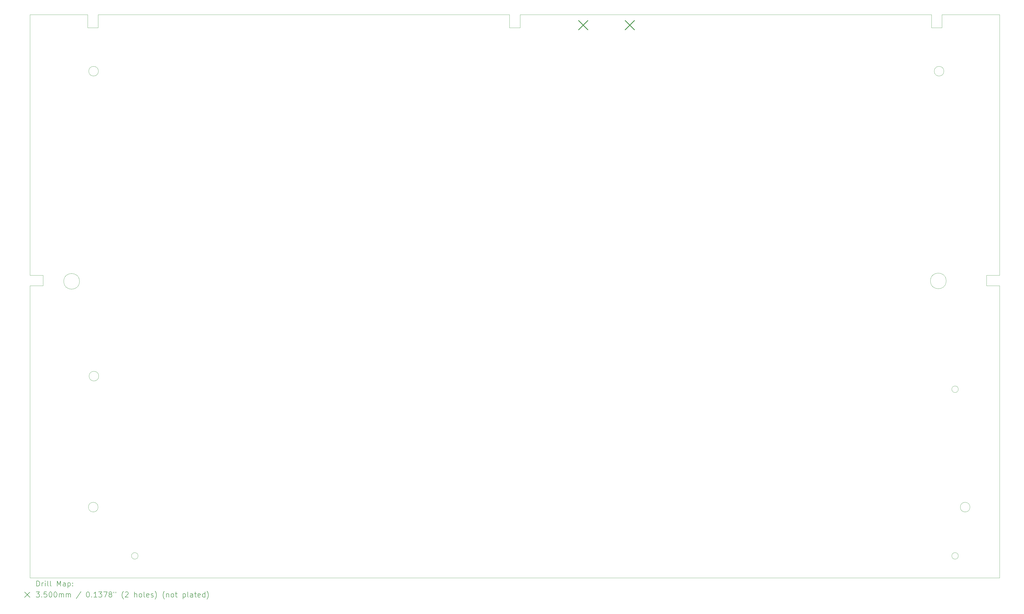
<source format=gbr>
%TF.GenerationSoftware,KiCad,Pcbnew,8.0.4*%
%TF.CreationDate,2024-11-18T10:43:46+00:00*%
%TF.ProjectId,AtomV5Board,41746f6d-5635-4426-9f61-72642e6b6963,rev?*%
%TF.SameCoordinates,Original*%
%TF.FileFunction,Drillmap*%
%TF.FilePolarity,Positive*%
%FSLAX45Y45*%
G04 Gerber Fmt 4.5, Leading zero omitted, Abs format (unit mm)*
G04 Created by KiCad (PCBNEW 8.0.4) date 2024-11-18 10:43:46*
%MOMM*%
%LPD*%
G01*
G04 APERTURE LIST*
%ADD10C,0.050000*%
%ADD11C,0.200000*%
%ADD12C,0.350000*%
G04 APERTURE END LIST*
D10*
X4884000Y-16191250D02*
G75*
G02*
X4514000Y-16191250I-185000J0D01*
G01*
X4514000Y-16191250D02*
G75*
G02*
X4884000Y-16191250I185000J0D01*
G01*
X4459000Y-2392000D02*
X4459000Y-2892000D01*
X20559000Y-2892000D02*
X20959000Y-2892000D01*
X2259000Y-12342000D02*
X2259000Y-2392000D01*
X4859000Y-2392000D02*
X4859000Y-2892000D01*
X39259000Y-23892000D02*
X39259000Y-12742000D01*
X6384000Y-23052000D02*
G75*
G02*
X6134000Y-23052000I-125000J0D01*
G01*
X6134000Y-23052000D02*
G75*
G02*
X6384000Y-23052000I125000J0D01*
G01*
X2759000Y-12342000D02*
X2259000Y-12342000D01*
X2759000Y-12742000D02*
X2759000Y-12342000D01*
X38759000Y-12342000D02*
X39259000Y-12342000D01*
X20959000Y-2892000D02*
X20959000Y-2392000D01*
X20559000Y-2392000D02*
X20559000Y-2892000D01*
X20959000Y-2392000D02*
X29781500Y-2392000D01*
X4859000Y-2392000D02*
X20559000Y-2392000D01*
X2259000Y-2392000D02*
X4459000Y-2392000D01*
X4871300Y-4552000D02*
G75*
G02*
X4501300Y-4552000I-185000J0D01*
G01*
X4501300Y-4552000D02*
G75*
G02*
X4871300Y-4552000I185000J0D01*
G01*
X4149000Y-12573000D02*
G75*
G02*
X3549000Y-12573000I-300000J0D01*
G01*
X3549000Y-12573000D02*
G75*
G02*
X4149000Y-12573000I300000J0D01*
G01*
X39259000Y-12742000D02*
X38759000Y-12742000D01*
X39259000Y-2392000D02*
X37059000Y-2392000D01*
X37059000Y-2392000D02*
X37059000Y-2892000D01*
X37684000Y-16692000D02*
G75*
G02*
X37434000Y-16692000I-125000J0D01*
G01*
X37434000Y-16692000D02*
G75*
G02*
X37684000Y-16692000I125000J0D01*
G01*
X38759000Y-12742000D02*
X38759000Y-12342000D01*
X2259000Y-23892000D02*
X2259000Y-12742000D01*
X2259000Y-12742000D02*
X2759000Y-12742000D01*
X4859000Y-21191250D02*
G75*
G02*
X4489000Y-21191250I-185000J0D01*
G01*
X4489000Y-21191250D02*
G75*
G02*
X4859000Y-21191250I185000J0D01*
G01*
X2259000Y-23892000D02*
X39259000Y-23892000D01*
X37220000Y-12557000D02*
G75*
G02*
X36620000Y-12557000I-300000J0D01*
G01*
X36620000Y-12557000D02*
G75*
G02*
X37220000Y-12557000I300000J0D01*
G01*
X4459000Y-2892000D02*
X4859000Y-2892000D01*
X39259000Y-12342000D02*
X39259000Y-2392000D01*
X37059000Y-2892000D02*
X36659000Y-2892000D01*
X29781500Y-2392000D02*
X36659000Y-2392000D01*
X37134000Y-4552000D02*
G75*
G02*
X36764000Y-4552000I-185000J0D01*
G01*
X36764000Y-4552000D02*
G75*
G02*
X37134000Y-4552000I185000J0D01*
G01*
X38129000Y-21191250D02*
G75*
G02*
X37759000Y-21191250I-185000J0D01*
G01*
X37759000Y-21191250D02*
G75*
G02*
X38129000Y-21191250I185000J0D01*
G01*
X37684000Y-23052000D02*
G75*
G02*
X37434000Y-23052000I-125000J0D01*
G01*
X37434000Y-23052000D02*
G75*
G02*
X37684000Y-23052000I125000J0D01*
G01*
X36659000Y-2392000D02*
X36659000Y-2892000D01*
D11*
D12*
X23193000Y-2619000D02*
X23543000Y-2969000D01*
X23543000Y-2619000D02*
X23193000Y-2969000D01*
X24971000Y-2619000D02*
X25321000Y-2969000D01*
X25321000Y-2619000D02*
X24971000Y-2969000D01*
D11*
X2517277Y-24205984D02*
X2517277Y-24005984D01*
X2517277Y-24005984D02*
X2564896Y-24005984D01*
X2564896Y-24005984D02*
X2593467Y-24015508D01*
X2593467Y-24015508D02*
X2612515Y-24034555D01*
X2612515Y-24034555D02*
X2622039Y-24053603D01*
X2622039Y-24053603D02*
X2631563Y-24091698D01*
X2631563Y-24091698D02*
X2631563Y-24120269D01*
X2631563Y-24120269D02*
X2622039Y-24158365D01*
X2622039Y-24158365D02*
X2612515Y-24177412D01*
X2612515Y-24177412D02*
X2593467Y-24196460D01*
X2593467Y-24196460D02*
X2564896Y-24205984D01*
X2564896Y-24205984D02*
X2517277Y-24205984D01*
X2717277Y-24205984D02*
X2717277Y-24072650D01*
X2717277Y-24110746D02*
X2726801Y-24091698D01*
X2726801Y-24091698D02*
X2736324Y-24082174D01*
X2736324Y-24082174D02*
X2755372Y-24072650D01*
X2755372Y-24072650D02*
X2774420Y-24072650D01*
X2841086Y-24205984D02*
X2841086Y-24072650D01*
X2841086Y-24005984D02*
X2831562Y-24015508D01*
X2831562Y-24015508D02*
X2841086Y-24025031D01*
X2841086Y-24025031D02*
X2850610Y-24015508D01*
X2850610Y-24015508D02*
X2841086Y-24005984D01*
X2841086Y-24005984D02*
X2841086Y-24025031D01*
X2964896Y-24205984D02*
X2945848Y-24196460D01*
X2945848Y-24196460D02*
X2936324Y-24177412D01*
X2936324Y-24177412D02*
X2936324Y-24005984D01*
X3069658Y-24205984D02*
X3050610Y-24196460D01*
X3050610Y-24196460D02*
X3041086Y-24177412D01*
X3041086Y-24177412D02*
X3041086Y-24005984D01*
X3298229Y-24205984D02*
X3298229Y-24005984D01*
X3298229Y-24005984D02*
X3364896Y-24148841D01*
X3364896Y-24148841D02*
X3431562Y-24005984D01*
X3431562Y-24005984D02*
X3431562Y-24205984D01*
X3612515Y-24205984D02*
X3612515Y-24101222D01*
X3612515Y-24101222D02*
X3602991Y-24082174D01*
X3602991Y-24082174D02*
X3583943Y-24072650D01*
X3583943Y-24072650D02*
X3545848Y-24072650D01*
X3545848Y-24072650D02*
X3526801Y-24082174D01*
X3612515Y-24196460D02*
X3593467Y-24205984D01*
X3593467Y-24205984D02*
X3545848Y-24205984D01*
X3545848Y-24205984D02*
X3526801Y-24196460D01*
X3526801Y-24196460D02*
X3517277Y-24177412D01*
X3517277Y-24177412D02*
X3517277Y-24158365D01*
X3517277Y-24158365D02*
X3526801Y-24139317D01*
X3526801Y-24139317D02*
X3545848Y-24129793D01*
X3545848Y-24129793D02*
X3593467Y-24129793D01*
X3593467Y-24129793D02*
X3612515Y-24120269D01*
X3707753Y-24072650D02*
X3707753Y-24272650D01*
X3707753Y-24082174D02*
X3726801Y-24072650D01*
X3726801Y-24072650D02*
X3764896Y-24072650D01*
X3764896Y-24072650D02*
X3783943Y-24082174D01*
X3783943Y-24082174D02*
X3793467Y-24091698D01*
X3793467Y-24091698D02*
X3802991Y-24110746D01*
X3802991Y-24110746D02*
X3802991Y-24167888D01*
X3802991Y-24167888D02*
X3793467Y-24186936D01*
X3793467Y-24186936D02*
X3783943Y-24196460D01*
X3783943Y-24196460D02*
X3764896Y-24205984D01*
X3764896Y-24205984D02*
X3726801Y-24205984D01*
X3726801Y-24205984D02*
X3707753Y-24196460D01*
X3888705Y-24186936D02*
X3898229Y-24196460D01*
X3898229Y-24196460D02*
X3888705Y-24205984D01*
X3888705Y-24205984D02*
X3879182Y-24196460D01*
X3879182Y-24196460D02*
X3888705Y-24186936D01*
X3888705Y-24186936D02*
X3888705Y-24205984D01*
X3888705Y-24082174D02*
X3898229Y-24091698D01*
X3898229Y-24091698D02*
X3888705Y-24101222D01*
X3888705Y-24101222D02*
X3879182Y-24091698D01*
X3879182Y-24091698D02*
X3888705Y-24082174D01*
X3888705Y-24082174D02*
X3888705Y-24101222D01*
X2056500Y-24434500D02*
X2256500Y-24634500D01*
X2256500Y-24434500D02*
X2056500Y-24634500D01*
X2498229Y-24425984D02*
X2622039Y-24425984D01*
X2622039Y-24425984D02*
X2555372Y-24502174D01*
X2555372Y-24502174D02*
X2583944Y-24502174D01*
X2583944Y-24502174D02*
X2602991Y-24511698D01*
X2602991Y-24511698D02*
X2612515Y-24521222D01*
X2612515Y-24521222D02*
X2622039Y-24540269D01*
X2622039Y-24540269D02*
X2622039Y-24587888D01*
X2622039Y-24587888D02*
X2612515Y-24606936D01*
X2612515Y-24606936D02*
X2602991Y-24616460D01*
X2602991Y-24616460D02*
X2583944Y-24625984D01*
X2583944Y-24625984D02*
X2526801Y-24625984D01*
X2526801Y-24625984D02*
X2507753Y-24616460D01*
X2507753Y-24616460D02*
X2498229Y-24606936D01*
X2707753Y-24606936D02*
X2717277Y-24616460D01*
X2717277Y-24616460D02*
X2707753Y-24625984D01*
X2707753Y-24625984D02*
X2698229Y-24616460D01*
X2698229Y-24616460D02*
X2707753Y-24606936D01*
X2707753Y-24606936D02*
X2707753Y-24625984D01*
X2898229Y-24425984D02*
X2802991Y-24425984D01*
X2802991Y-24425984D02*
X2793467Y-24521222D01*
X2793467Y-24521222D02*
X2802991Y-24511698D01*
X2802991Y-24511698D02*
X2822039Y-24502174D01*
X2822039Y-24502174D02*
X2869658Y-24502174D01*
X2869658Y-24502174D02*
X2888705Y-24511698D01*
X2888705Y-24511698D02*
X2898229Y-24521222D01*
X2898229Y-24521222D02*
X2907753Y-24540269D01*
X2907753Y-24540269D02*
X2907753Y-24587888D01*
X2907753Y-24587888D02*
X2898229Y-24606936D01*
X2898229Y-24606936D02*
X2888705Y-24616460D01*
X2888705Y-24616460D02*
X2869658Y-24625984D01*
X2869658Y-24625984D02*
X2822039Y-24625984D01*
X2822039Y-24625984D02*
X2802991Y-24616460D01*
X2802991Y-24616460D02*
X2793467Y-24606936D01*
X3031562Y-24425984D02*
X3050610Y-24425984D01*
X3050610Y-24425984D02*
X3069658Y-24435508D01*
X3069658Y-24435508D02*
X3079182Y-24445031D01*
X3079182Y-24445031D02*
X3088705Y-24464079D01*
X3088705Y-24464079D02*
X3098229Y-24502174D01*
X3098229Y-24502174D02*
X3098229Y-24549793D01*
X3098229Y-24549793D02*
X3088705Y-24587888D01*
X3088705Y-24587888D02*
X3079182Y-24606936D01*
X3079182Y-24606936D02*
X3069658Y-24616460D01*
X3069658Y-24616460D02*
X3050610Y-24625984D01*
X3050610Y-24625984D02*
X3031562Y-24625984D01*
X3031562Y-24625984D02*
X3012515Y-24616460D01*
X3012515Y-24616460D02*
X3002991Y-24606936D01*
X3002991Y-24606936D02*
X2993467Y-24587888D01*
X2993467Y-24587888D02*
X2983943Y-24549793D01*
X2983943Y-24549793D02*
X2983943Y-24502174D01*
X2983943Y-24502174D02*
X2993467Y-24464079D01*
X2993467Y-24464079D02*
X3002991Y-24445031D01*
X3002991Y-24445031D02*
X3012515Y-24435508D01*
X3012515Y-24435508D02*
X3031562Y-24425984D01*
X3222039Y-24425984D02*
X3241086Y-24425984D01*
X3241086Y-24425984D02*
X3260134Y-24435508D01*
X3260134Y-24435508D02*
X3269658Y-24445031D01*
X3269658Y-24445031D02*
X3279182Y-24464079D01*
X3279182Y-24464079D02*
X3288705Y-24502174D01*
X3288705Y-24502174D02*
X3288705Y-24549793D01*
X3288705Y-24549793D02*
X3279182Y-24587888D01*
X3279182Y-24587888D02*
X3269658Y-24606936D01*
X3269658Y-24606936D02*
X3260134Y-24616460D01*
X3260134Y-24616460D02*
X3241086Y-24625984D01*
X3241086Y-24625984D02*
X3222039Y-24625984D01*
X3222039Y-24625984D02*
X3202991Y-24616460D01*
X3202991Y-24616460D02*
X3193467Y-24606936D01*
X3193467Y-24606936D02*
X3183943Y-24587888D01*
X3183943Y-24587888D02*
X3174420Y-24549793D01*
X3174420Y-24549793D02*
X3174420Y-24502174D01*
X3174420Y-24502174D02*
X3183943Y-24464079D01*
X3183943Y-24464079D02*
X3193467Y-24445031D01*
X3193467Y-24445031D02*
X3202991Y-24435508D01*
X3202991Y-24435508D02*
X3222039Y-24425984D01*
X3374420Y-24625984D02*
X3374420Y-24492650D01*
X3374420Y-24511698D02*
X3383943Y-24502174D01*
X3383943Y-24502174D02*
X3402991Y-24492650D01*
X3402991Y-24492650D02*
X3431563Y-24492650D01*
X3431563Y-24492650D02*
X3450610Y-24502174D01*
X3450610Y-24502174D02*
X3460134Y-24521222D01*
X3460134Y-24521222D02*
X3460134Y-24625984D01*
X3460134Y-24521222D02*
X3469658Y-24502174D01*
X3469658Y-24502174D02*
X3488705Y-24492650D01*
X3488705Y-24492650D02*
X3517277Y-24492650D01*
X3517277Y-24492650D02*
X3536324Y-24502174D01*
X3536324Y-24502174D02*
X3545848Y-24521222D01*
X3545848Y-24521222D02*
X3545848Y-24625984D01*
X3641086Y-24625984D02*
X3641086Y-24492650D01*
X3641086Y-24511698D02*
X3650610Y-24502174D01*
X3650610Y-24502174D02*
X3669658Y-24492650D01*
X3669658Y-24492650D02*
X3698229Y-24492650D01*
X3698229Y-24492650D02*
X3717277Y-24502174D01*
X3717277Y-24502174D02*
X3726801Y-24521222D01*
X3726801Y-24521222D02*
X3726801Y-24625984D01*
X3726801Y-24521222D02*
X3736324Y-24502174D01*
X3736324Y-24502174D02*
X3755372Y-24492650D01*
X3755372Y-24492650D02*
X3783943Y-24492650D01*
X3783943Y-24492650D02*
X3802991Y-24502174D01*
X3802991Y-24502174D02*
X3812515Y-24521222D01*
X3812515Y-24521222D02*
X3812515Y-24625984D01*
X4202991Y-24416460D02*
X4031563Y-24673603D01*
X4460134Y-24425984D02*
X4479182Y-24425984D01*
X4479182Y-24425984D02*
X4498229Y-24435508D01*
X4498229Y-24435508D02*
X4507753Y-24445031D01*
X4507753Y-24445031D02*
X4517277Y-24464079D01*
X4517277Y-24464079D02*
X4526801Y-24502174D01*
X4526801Y-24502174D02*
X4526801Y-24549793D01*
X4526801Y-24549793D02*
X4517277Y-24587888D01*
X4517277Y-24587888D02*
X4507753Y-24606936D01*
X4507753Y-24606936D02*
X4498229Y-24616460D01*
X4498229Y-24616460D02*
X4479182Y-24625984D01*
X4479182Y-24625984D02*
X4460134Y-24625984D01*
X4460134Y-24625984D02*
X4441087Y-24616460D01*
X4441087Y-24616460D02*
X4431563Y-24606936D01*
X4431563Y-24606936D02*
X4422039Y-24587888D01*
X4422039Y-24587888D02*
X4412515Y-24549793D01*
X4412515Y-24549793D02*
X4412515Y-24502174D01*
X4412515Y-24502174D02*
X4422039Y-24464079D01*
X4422039Y-24464079D02*
X4431563Y-24445031D01*
X4431563Y-24445031D02*
X4441087Y-24435508D01*
X4441087Y-24435508D02*
X4460134Y-24425984D01*
X4612515Y-24606936D02*
X4622039Y-24616460D01*
X4622039Y-24616460D02*
X4612515Y-24625984D01*
X4612515Y-24625984D02*
X4602991Y-24616460D01*
X4602991Y-24616460D02*
X4612515Y-24606936D01*
X4612515Y-24606936D02*
X4612515Y-24625984D01*
X4812515Y-24625984D02*
X4698229Y-24625984D01*
X4755372Y-24625984D02*
X4755372Y-24425984D01*
X4755372Y-24425984D02*
X4736325Y-24454555D01*
X4736325Y-24454555D02*
X4717277Y-24473603D01*
X4717277Y-24473603D02*
X4698229Y-24483127D01*
X4879182Y-24425984D02*
X5002991Y-24425984D01*
X5002991Y-24425984D02*
X4936325Y-24502174D01*
X4936325Y-24502174D02*
X4964896Y-24502174D01*
X4964896Y-24502174D02*
X4983944Y-24511698D01*
X4983944Y-24511698D02*
X4993468Y-24521222D01*
X4993468Y-24521222D02*
X5002991Y-24540269D01*
X5002991Y-24540269D02*
X5002991Y-24587888D01*
X5002991Y-24587888D02*
X4993468Y-24606936D01*
X4993468Y-24606936D02*
X4983944Y-24616460D01*
X4983944Y-24616460D02*
X4964896Y-24625984D01*
X4964896Y-24625984D02*
X4907753Y-24625984D01*
X4907753Y-24625984D02*
X4888706Y-24616460D01*
X4888706Y-24616460D02*
X4879182Y-24606936D01*
X5069658Y-24425984D02*
X5202991Y-24425984D01*
X5202991Y-24425984D02*
X5117277Y-24625984D01*
X5307753Y-24511698D02*
X5288706Y-24502174D01*
X5288706Y-24502174D02*
X5279182Y-24492650D01*
X5279182Y-24492650D02*
X5269658Y-24473603D01*
X5269658Y-24473603D02*
X5269658Y-24464079D01*
X5269658Y-24464079D02*
X5279182Y-24445031D01*
X5279182Y-24445031D02*
X5288706Y-24435508D01*
X5288706Y-24435508D02*
X5307753Y-24425984D01*
X5307753Y-24425984D02*
X5345849Y-24425984D01*
X5345849Y-24425984D02*
X5364896Y-24435508D01*
X5364896Y-24435508D02*
X5374420Y-24445031D01*
X5374420Y-24445031D02*
X5383944Y-24464079D01*
X5383944Y-24464079D02*
X5383944Y-24473603D01*
X5383944Y-24473603D02*
X5374420Y-24492650D01*
X5374420Y-24492650D02*
X5364896Y-24502174D01*
X5364896Y-24502174D02*
X5345849Y-24511698D01*
X5345849Y-24511698D02*
X5307753Y-24511698D01*
X5307753Y-24511698D02*
X5288706Y-24521222D01*
X5288706Y-24521222D02*
X5279182Y-24530746D01*
X5279182Y-24530746D02*
X5269658Y-24549793D01*
X5269658Y-24549793D02*
X5269658Y-24587888D01*
X5269658Y-24587888D02*
X5279182Y-24606936D01*
X5279182Y-24606936D02*
X5288706Y-24616460D01*
X5288706Y-24616460D02*
X5307753Y-24625984D01*
X5307753Y-24625984D02*
X5345849Y-24625984D01*
X5345849Y-24625984D02*
X5364896Y-24616460D01*
X5364896Y-24616460D02*
X5374420Y-24606936D01*
X5374420Y-24606936D02*
X5383944Y-24587888D01*
X5383944Y-24587888D02*
X5383944Y-24549793D01*
X5383944Y-24549793D02*
X5374420Y-24530746D01*
X5374420Y-24530746D02*
X5364896Y-24521222D01*
X5364896Y-24521222D02*
X5345849Y-24511698D01*
X5460134Y-24425984D02*
X5460134Y-24464079D01*
X5536325Y-24425984D02*
X5536325Y-24464079D01*
X5831563Y-24702174D02*
X5822039Y-24692650D01*
X5822039Y-24692650D02*
X5802991Y-24664079D01*
X5802991Y-24664079D02*
X5793468Y-24645031D01*
X5793468Y-24645031D02*
X5783944Y-24616460D01*
X5783944Y-24616460D02*
X5774420Y-24568841D01*
X5774420Y-24568841D02*
X5774420Y-24530746D01*
X5774420Y-24530746D02*
X5783944Y-24483127D01*
X5783944Y-24483127D02*
X5793468Y-24454555D01*
X5793468Y-24454555D02*
X5802991Y-24435508D01*
X5802991Y-24435508D02*
X5822039Y-24406936D01*
X5822039Y-24406936D02*
X5831563Y-24397412D01*
X5898229Y-24445031D02*
X5907753Y-24435508D01*
X5907753Y-24435508D02*
X5926801Y-24425984D01*
X5926801Y-24425984D02*
X5974420Y-24425984D01*
X5974420Y-24425984D02*
X5993468Y-24435508D01*
X5993468Y-24435508D02*
X6002991Y-24445031D01*
X6002991Y-24445031D02*
X6012515Y-24464079D01*
X6012515Y-24464079D02*
X6012515Y-24483127D01*
X6012515Y-24483127D02*
X6002991Y-24511698D01*
X6002991Y-24511698D02*
X5888706Y-24625984D01*
X5888706Y-24625984D02*
X6012515Y-24625984D01*
X6250610Y-24625984D02*
X6250610Y-24425984D01*
X6336325Y-24625984D02*
X6336325Y-24521222D01*
X6336325Y-24521222D02*
X6326801Y-24502174D01*
X6326801Y-24502174D02*
X6307753Y-24492650D01*
X6307753Y-24492650D02*
X6279182Y-24492650D01*
X6279182Y-24492650D02*
X6260134Y-24502174D01*
X6260134Y-24502174D02*
X6250610Y-24511698D01*
X6460134Y-24625984D02*
X6441087Y-24616460D01*
X6441087Y-24616460D02*
X6431563Y-24606936D01*
X6431563Y-24606936D02*
X6422039Y-24587888D01*
X6422039Y-24587888D02*
X6422039Y-24530746D01*
X6422039Y-24530746D02*
X6431563Y-24511698D01*
X6431563Y-24511698D02*
X6441087Y-24502174D01*
X6441087Y-24502174D02*
X6460134Y-24492650D01*
X6460134Y-24492650D02*
X6488706Y-24492650D01*
X6488706Y-24492650D02*
X6507753Y-24502174D01*
X6507753Y-24502174D02*
X6517277Y-24511698D01*
X6517277Y-24511698D02*
X6526801Y-24530746D01*
X6526801Y-24530746D02*
X6526801Y-24587888D01*
X6526801Y-24587888D02*
X6517277Y-24606936D01*
X6517277Y-24606936D02*
X6507753Y-24616460D01*
X6507753Y-24616460D02*
X6488706Y-24625984D01*
X6488706Y-24625984D02*
X6460134Y-24625984D01*
X6641087Y-24625984D02*
X6622039Y-24616460D01*
X6622039Y-24616460D02*
X6612515Y-24597412D01*
X6612515Y-24597412D02*
X6612515Y-24425984D01*
X6793468Y-24616460D02*
X6774420Y-24625984D01*
X6774420Y-24625984D02*
X6736325Y-24625984D01*
X6736325Y-24625984D02*
X6717277Y-24616460D01*
X6717277Y-24616460D02*
X6707753Y-24597412D01*
X6707753Y-24597412D02*
X6707753Y-24521222D01*
X6707753Y-24521222D02*
X6717277Y-24502174D01*
X6717277Y-24502174D02*
X6736325Y-24492650D01*
X6736325Y-24492650D02*
X6774420Y-24492650D01*
X6774420Y-24492650D02*
X6793468Y-24502174D01*
X6793468Y-24502174D02*
X6802991Y-24521222D01*
X6802991Y-24521222D02*
X6802991Y-24540269D01*
X6802991Y-24540269D02*
X6707753Y-24559317D01*
X6879182Y-24616460D02*
X6898230Y-24625984D01*
X6898230Y-24625984D02*
X6936325Y-24625984D01*
X6936325Y-24625984D02*
X6955372Y-24616460D01*
X6955372Y-24616460D02*
X6964896Y-24597412D01*
X6964896Y-24597412D02*
X6964896Y-24587888D01*
X6964896Y-24587888D02*
X6955372Y-24568841D01*
X6955372Y-24568841D02*
X6936325Y-24559317D01*
X6936325Y-24559317D02*
X6907753Y-24559317D01*
X6907753Y-24559317D02*
X6888706Y-24549793D01*
X6888706Y-24549793D02*
X6879182Y-24530746D01*
X6879182Y-24530746D02*
X6879182Y-24521222D01*
X6879182Y-24521222D02*
X6888706Y-24502174D01*
X6888706Y-24502174D02*
X6907753Y-24492650D01*
X6907753Y-24492650D02*
X6936325Y-24492650D01*
X6936325Y-24492650D02*
X6955372Y-24502174D01*
X7031563Y-24702174D02*
X7041087Y-24692650D01*
X7041087Y-24692650D02*
X7060134Y-24664079D01*
X7060134Y-24664079D02*
X7069658Y-24645031D01*
X7069658Y-24645031D02*
X7079182Y-24616460D01*
X7079182Y-24616460D02*
X7088706Y-24568841D01*
X7088706Y-24568841D02*
X7088706Y-24530746D01*
X7088706Y-24530746D02*
X7079182Y-24483127D01*
X7079182Y-24483127D02*
X7069658Y-24454555D01*
X7069658Y-24454555D02*
X7060134Y-24435508D01*
X7060134Y-24435508D02*
X7041087Y-24406936D01*
X7041087Y-24406936D02*
X7031563Y-24397412D01*
X7393468Y-24702174D02*
X7383944Y-24692650D01*
X7383944Y-24692650D02*
X7364896Y-24664079D01*
X7364896Y-24664079D02*
X7355372Y-24645031D01*
X7355372Y-24645031D02*
X7345849Y-24616460D01*
X7345849Y-24616460D02*
X7336325Y-24568841D01*
X7336325Y-24568841D02*
X7336325Y-24530746D01*
X7336325Y-24530746D02*
X7345849Y-24483127D01*
X7345849Y-24483127D02*
X7355372Y-24454555D01*
X7355372Y-24454555D02*
X7364896Y-24435508D01*
X7364896Y-24435508D02*
X7383944Y-24406936D01*
X7383944Y-24406936D02*
X7393468Y-24397412D01*
X7469658Y-24492650D02*
X7469658Y-24625984D01*
X7469658Y-24511698D02*
X7479182Y-24502174D01*
X7479182Y-24502174D02*
X7498230Y-24492650D01*
X7498230Y-24492650D02*
X7526801Y-24492650D01*
X7526801Y-24492650D02*
X7545849Y-24502174D01*
X7545849Y-24502174D02*
X7555372Y-24521222D01*
X7555372Y-24521222D02*
X7555372Y-24625984D01*
X7679182Y-24625984D02*
X7660134Y-24616460D01*
X7660134Y-24616460D02*
X7650611Y-24606936D01*
X7650611Y-24606936D02*
X7641087Y-24587888D01*
X7641087Y-24587888D02*
X7641087Y-24530746D01*
X7641087Y-24530746D02*
X7650611Y-24511698D01*
X7650611Y-24511698D02*
X7660134Y-24502174D01*
X7660134Y-24502174D02*
X7679182Y-24492650D01*
X7679182Y-24492650D02*
X7707753Y-24492650D01*
X7707753Y-24492650D02*
X7726801Y-24502174D01*
X7726801Y-24502174D02*
X7736325Y-24511698D01*
X7736325Y-24511698D02*
X7745849Y-24530746D01*
X7745849Y-24530746D02*
X7745849Y-24587888D01*
X7745849Y-24587888D02*
X7736325Y-24606936D01*
X7736325Y-24606936D02*
X7726801Y-24616460D01*
X7726801Y-24616460D02*
X7707753Y-24625984D01*
X7707753Y-24625984D02*
X7679182Y-24625984D01*
X7802992Y-24492650D02*
X7879182Y-24492650D01*
X7831563Y-24425984D02*
X7831563Y-24597412D01*
X7831563Y-24597412D02*
X7841087Y-24616460D01*
X7841087Y-24616460D02*
X7860134Y-24625984D01*
X7860134Y-24625984D02*
X7879182Y-24625984D01*
X8098230Y-24492650D02*
X8098230Y-24692650D01*
X8098230Y-24502174D02*
X8117277Y-24492650D01*
X8117277Y-24492650D02*
X8155373Y-24492650D01*
X8155373Y-24492650D02*
X8174420Y-24502174D01*
X8174420Y-24502174D02*
X8183944Y-24511698D01*
X8183944Y-24511698D02*
X8193468Y-24530746D01*
X8193468Y-24530746D02*
X8193468Y-24587888D01*
X8193468Y-24587888D02*
X8183944Y-24606936D01*
X8183944Y-24606936D02*
X8174420Y-24616460D01*
X8174420Y-24616460D02*
X8155373Y-24625984D01*
X8155373Y-24625984D02*
X8117277Y-24625984D01*
X8117277Y-24625984D02*
X8098230Y-24616460D01*
X8307753Y-24625984D02*
X8288706Y-24616460D01*
X8288706Y-24616460D02*
X8279182Y-24597412D01*
X8279182Y-24597412D02*
X8279182Y-24425984D01*
X8469658Y-24625984D02*
X8469658Y-24521222D01*
X8469658Y-24521222D02*
X8460135Y-24502174D01*
X8460135Y-24502174D02*
X8441087Y-24492650D01*
X8441087Y-24492650D02*
X8402992Y-24492650D01*
X8402992Y-24492650D02*
X8383944Y-24502174D01*
X8469658Y-24616460D02*
X8450611Y-24625984D01*
X8450611Y-24625984D02*
X8402992Y-24625984D01*
X8402992Y-24625984D02*
X8383944Y-24616460D01*
X8383944Y-24616460D02*
X8374420Y-24597412D01*
X8374420Y-24597412D02*
X8374420Y-24578365D01*
X8374420Y-24578365D02*
X8383944Y-24559317D01*
X8383944Y-24559317D02*
X8402992Y-24549793D01*
X8402992Y-24549793D02*
X8450611Y-24549793D01*
X8450611Y-24549793D02*
X8469658Y-24540269D01*
X8536325Y-24492650D02*
X8612515Y-24492650D01*
X8564896Y-24425984D02*
X8564896Y-24597412D01*
X8564896Y-24597412D02*
X8574420Y-24616460D01*
X8574420Y-24616460D02*
X8593468Y-24625984D01*
X8593468Y-24625984D02*
X8612515Y-24625984D01*
X8755373Y-24616460D02*
X8736325Y-24625984D01*
X8736325Y-24625984D02*
X8698230Y-24625984D01*
X8698230Y-24625984D02*
X8679182Y-24616460D01*
X8679182Y-24616460D02*
X8669658Y-24597412D01*
X8669658Y-24597412D02*
X8669658Y-24521222D01*
X8669658Y-24521222D02*
X8679182Y-24502174D01*
X8679182Y-24502174D02*
X8698230Y-24492650D01*
X8698230Y-24492650D02*
X8736325Y-24492650D01*
X8736325Y-24492650D02*
X8755373Y-24502174D01*
X8755373Y-24502174D02*
X8764896Y-24521222D01*
X8764896Y-24521222D02*
X8764896Y-24540269D01*
X8764896Y-24540269D02*
X8669658Y-24559317D01*
X8936325Y-24625984D02*
X8936325Y-24425984D01*
X8936325Y-24616460D02*
X8917277Y-24625984D01*
X8917277Y-24625984D02*
X8879182Y-24625984D01*
X8879182Y-24625984D02*
X8860135Y-24616460D01*
X8860135Y-24616460D02*
X8850611Y-24606936D01*
X8850611Y-24606936D02*
X8841087Y-24587888D01*
X8841087Y-24587888D02*
X8841087Y-24530746D01*
X8841087Y-24530746D02*
X8850611Y-24511698D01*
X8850611Y-24511698D02*
X8860135Y-24502174D01*
X8860135Y-24502174D02*
X8879182Y-24492650D01*
X8879182Y-24492650D02*
X8917277Y-24492650D01*
X8917277Y-24492650D02*
X8936325Y-24502174D01*
X9012516Y-24702174D02*
X9022039Y-24692650D01*
X9022039Y-24692650D02*
X9041087Y-24664079D01*
X9041087Y-24664079D02*
X9050611Y-24645031D01*
X9050611Y-24645031D02*
X9060135Y-24616460D01*
X9060135Y-24616460D02*
X9069658Y-24568841D01*
X9069658Y-24568841D02*
X9069658Y-24530746D01*
X9069658Y-24530746D02*
X9060135Y-24483127D01*
X9060135Y-24483127D02*
X9050611Y-24454555D01*
X9050611Y-24454555D02*
X9041087Y-24435508D01*
X9041087Y-24435508D02*
X9022039Y-24406936D01*
X9022039Y-24406936D02*
X9012516Y-24397412D01*
M02*

</source>
